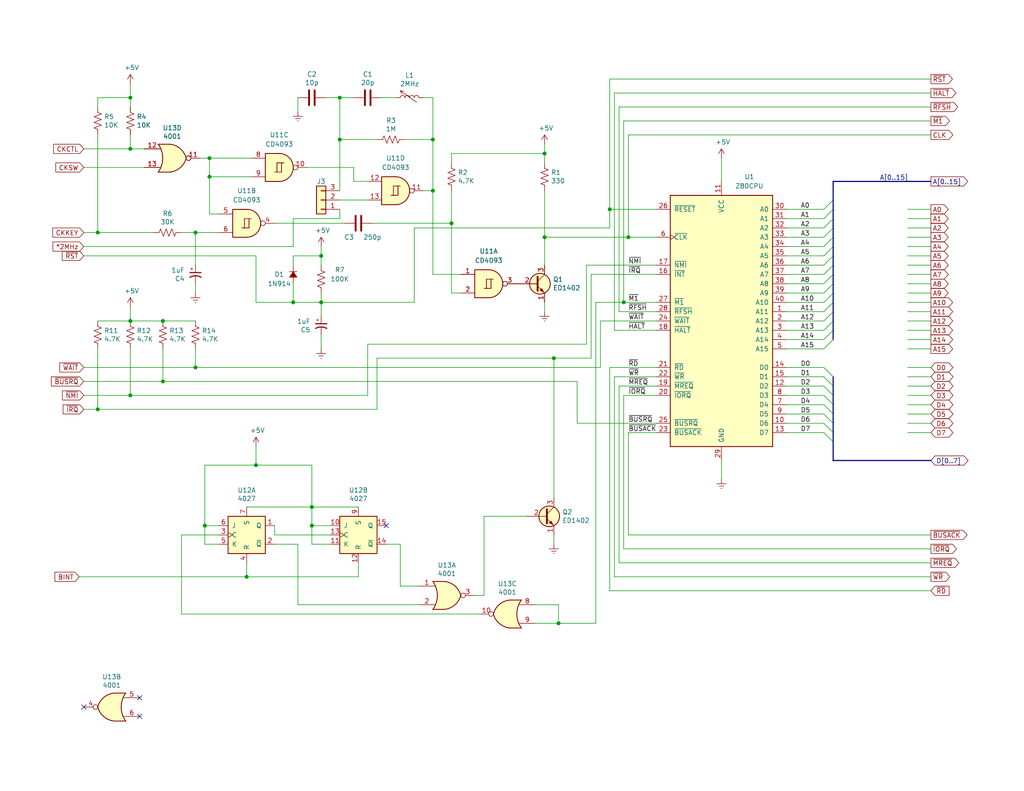
<source format=kicad_sch>
(kicad_sch (version 20230121) (generator eeschema)
  (paper "A")
  (title_block (title "Edu-80 Z80 Trainer") (date "2023-06-05") (rev "0.1") (company "Strangers") (comment 4 "Author: James D. Tucker"))
  (lib_symbols
    (symbol "4xxx:4001" (pin_names (offset 1.016))
      (property "Reference" "U" (at 0 1.27 0))
      (property "Value" "4001" (at 0 -1.27 0))
      (symbol "4001_1_1"
        (pin input line (at -7.62 2.54 0) (length 4.318) (name "~") (number "1"))
        (pin input line (at -7.62 -2.54 0) (length 4.318) (name "~") (number "2"))
        (pin output inverted (at 7.62 0 180) (length 3.81) (name "~") (number "3"))
      )
      (symbol "4001_1_2"
        (pin input inverted (at -7.62 2.54 0) (length 3.81) (name "~") (number "1"))
        (pin input inverted (at -7.62 -2.54 0) (length 3.81) (name "~") (number "2"))
        (pin output line (at 7.62 0 180) (length 3.81) (name "~") (number "3"))
      )
      (symbol "4001_2_1"
        (pin output inverted (at 7.62 0 180) (length 3.81) (name "~") (number "4"))
        (pin input line (at -7.62 2.54 0) (length 4.318) (name "~") (number "5"))
        (pin input line (at -7.62 -2.54 0) (length 4.318) (name "~") (number "6"))
      )
      (symbol "4001_2_2"
        (pin output line (at 7.62 0 180) (length 3.81) (name "~") (number "4"))
        (pin input inverted (at -7.62 2.54 0) (length 3.81) (name "~") (number "5"))
        (pin input inverted (at -7.62 -2.54 0) (length 3.81) (name "~") (number "6"))
      )
      (symbol "4001_3_1"
        (pin output inverted (at 7.62 0 180) (length 3.81) (name "~") (number "10"))
        (pin input line (at -7.62 2.54 0) (length 4.318) (name "~") (number "8"))
        (pin input line (at -7.62 -2.54 0) (length 4.318) (name "~") (number "9"))
      )
      (symbol "4001_3_2"
        (pin output line (at 7.62 0 180) (length 3.81) (name "~") (number "10"))
        (pin input inverted (at -7.62 2.54 0) (length 3.81) (name "~") (number "8"))
        (pin input inverted (at -7.62 -2.54 0) (length 3.81) (name "~") (number "9"))
      )
      (symbol "4001_4_1"
        (pin output inverted (at 7.62 0 180) (length 3.81) (name "~") (number "11"))
        (pin input line (at -7.62 2.54 0) (length 4.318) (name "~") (number "12"))
        (pin input line (at -7.62 -2.54 0) (length 4.318) (name "~") (number "13"))
      )
      (symbol "4001_4_2"
        (pin output line (at 7.62 0 180) (length 3.81) (name "~") (number "11"))
        (pin input inverted (at -7.62 2.54 0) (length 3.81) (name "~") (number "12"))
        (pin input inverted (at -7.62 -2.54 0) (length 3.81) (name "~") (number "13"))
      )
      (symbol "4001_5_0"
        (pin power_in line (at 0 12.7 270) (length 5.08) (name "VDD") (number "14"))
        (pin power_in line (at 0 -12.7 90) (length 5.08) (name "VSS") (number "7"))
      )
    )
    (symbol "4xxx:4027" (pin_names (offset 1.016))
      (property "Reference" "U" (at -7.62 8.89 0))
      (property "Value" "4027" (at -7.62 -8.89 0))
      (symbol "4027_1_1"
        (pin output line (at 7.62 2.54 180) (length 2.54) (name "Q") (number "1"))
        (pin output line (at 7.62 -2.54 180) (length 2.54) (name "~{Q}") (number "2"))
        (pin input clock (at -7.62 0 0) (length 2.54) (name "C") (number "3"))
        (pin input line (at 0 -7.62 90) (length 2.54) (name "R") (number "4"))
        (pin input line (at -7.62 -2.54 0) (length 2.54) (name "K") (number "5"))
        (pin input line (at -7.62 2.54 0) (length 2.54) (name "J") (number "6"))
        (pin input line (at 0 7.62 270) (length 2.54) (name "S") (number "7"))
      )
      (symbol "4027_2_1"
        (pin input line (at -7.62 2.54 0) (length 2.54) (name "J") (number "10"))
        (pin input line (at -7.62 -2.54 0) (length 2.54) (name "K") (number "11"))
        (pin input line (at 0 -7.62 90) (length 2.54) (name "R") (number "12"))
        (pin input clock (at -7.62 0 0) (length 2.54) (name "C") (number "13"))
        (pin output line (at 7.62 -2.54 180) (length 2.54) (name "~{Q}") (number "14"))
        (pin output line (at 7.62 2.54 180) (length 2.54) (name "Q") (number "15"))
        (pin input line (at 0 7.62 270) (length 2.54) (name "S") (number "9"))
      )
      (symbol "4027_3_0"
        (pin power_in line (at 0 10.16 270) (length 2.54) (name "VDD") (number "16"))
        (pin power_in line (at 0 -10.16 90) (length 2.54) (name "VSS") (number "8"))
      )
    )
    (symbol "4xxx:HEF4093B" (pin_names (offset 1.016))
      (property "Reference" "U" (at 0 1.27 0))
      (property "Value" "HEF4093B" (at 0 -1.27 0))
      (symbol "HEF4093B_1_1"
        (pin input line (at -7.62 2.54 0) (length 3.81) (name "~") (number "1"))
        (pin input line (at -7.62 -2.54 0) (length 3.81) (name "~") (number "2"))
        (pin output inverted (at 7.62 0 180) (length 3.81) (name "~") (number "3"))
      )
      (symbol "HEF4093B_1_2"
        (pin input inverted (at -7.62 2.54 0) (length 4.318) (name "~") (number "1"))
        (pin input inverted (at -7.62 -2.54 0) (length 4.318) (name "~") (number "2"))
        (pin output line (at 7.62 0 180) (length 3.81) (name "~") (number "3"))
      )
      (symbol "HEF4093B_2_1"
        (pin output inverted (at 7.62 0 180) (length 3.81) (name "~") (number "4"))
        (pin input line (at -7.62 2.54 0) (length 3.81) (name "~") (number "5"))
        (pin input line (at -7.62 -2.54 0) (length 3.81) (name "~") (number "6"))
      )
      (symbol "HEF4093B_2_2"
        (pin output line (at 7.62 0 180) (length 3.81) (name "~") (number "4"))
        (pin input inverted (at -7.62 2.54 0) (length 4.318) (name "~") (number "5"))
        (pin input inverted (at -7.62 -2.54 0) (length 4.318) (name "~") (number "6"))
      )
      (symbol "HEF4093B_3_1"
        (pin output inverted (at 7.62 0 180) (length 3.81) (name "~") (number "10"))
        (pin input line (at -7.62 2.54 0) (length 3.81) (name "~") (number "8"))
        (pin input line (at -7.62 -2.54 0) (length 3.81) (name "~") (number "9"))
      )
      (symbol "HEF4093B_3_2"
        (pin output line (at 7.62 0 180) (length 3.81) (name "~") (number "10"))
        (pin input inverted (at -7.62 2.54 0) (length 4.318) (name "~") (number "8"))
        (pin input inverted (at -7.62 -2.54 0) (length 4.318) (name "~") (number "9"))
      )
      (symbol "HEF4093B_4_1"
        (pin output inverted (at 7.62 0 180) (length 3.81) (name "~") (number "11"))
        (pin input line (at -7.62 2.54 0) (length 3.81) (name "~") (number "12"))
        (pin input line (at -7.62 -2.54 0) (length 3.81) (name "~") (number "13"))
      )
      (symbol "HEF4093B_4_2"
        (pin output line (at 7.62 0 180) (length 3.81) (name "~") (number "11"))
        (pin input inverted (at -7.62 2.54 0) (length 4.318) (name "~") (number "12"))
        (pin input inverted (at -7.62 -2.54 0) (length 4.318) (name "~") (number "13"))
      )
      (symbol "HEF4093B_5_0"
        (pin power_in line (at 0 12.7 270) (length 5.08) (name "VCC") (number "14"))
        (pin power_in line (at 0 -12.7 90) (length 5.08) (name "GND") (number "7"))
      )
    )
    (symbol "CPU:Z80CPU" (pin_names (offset 1.016))
      (property "Reference" "U" (at -13.97 35.56 0))
      (property "Value" "Z80CPU" (at 6.35 35.56 0))
      (symbol "Z80CPU_1_1"
        (pin output line (at 17.78 2.54 180) (length 3.81) (name "A11") (number "1"))
        (pin bidirectional line (at 17.78 -27.94 180) (length 3.81) (name "D6") (number "10"))
        (pin power_in line (at 0 38.1 270) (length 3.81) (name "VCC") (number "11"))
        (pin bidirectional line (at 17.78 -17.78 180) (length 3.81) (name "D2") (number "12"))
        (pin bidirectional line (at 17.78 -30.48 180) (length 3.81) (name "D7") (number "13"))
        (pin bidirectional line (at 17.78 -12.7 180) (length 3.81) (name "D0") (number "14"))
        (pin bidirectional line (at 17.78 -15.24 180) (length 3.81) (name "D1") (number "15"))
        (pin input line (at -17.78 12.7 0) (length 3.81) (name "~{INT}") (number "16"))
        (pin input line (at -17.78 15.24 0) (length 3.81) (name "~{NMI}") (number "17"))
        (pin output line (at -17.78 -2.54 0) (length 3.81) (name "~{HALT}") (number "18"))
        (pin output line (at -17.78 -17.78 0) (length 3.81) (name "~{MREQ}") (number "19"))
        (pin output line (at 17.78 0 180) (length 3.81) (name "A12") (number "2"))
        (pin output line (at -17.78 -20.32 0) (length 3.81) (name "~{IORQ}") (number "20"))
        (pin output line (at -17.78 -12.7 0) (length 3.81) (name "~{RD}") (number "21"))
        (pin output line (at -17.78 -15.24 0) (length 3.81) (name "~{WR}") (number "22"))
        (pin output line (at -17.78 -30.48 0) (length 3.81) (name "~{BUSACK}") (number "23"))
        (pin input line (at -17.78 0 0) (length 3.81) (name "~{WAIT}") (number "24"))
        (pin input line (at -17.78 -27.94 0) (length 3.81) (name "~{BUSRQ}") (number "25"))
        (pin input line (at -17.78 30.48 0) (length 3.81) (name "~{RESET}") (number "26"))
        (pin output line (at -17.78 5.08 0) (length 3.81) (name "~{M1}") (number "27"))
        (pin output line (at -17.78 2.54 0) (length 3.81) (name "~{RFSH}") (number "28"))
        (pin power_in line (at 0 -38.1 90) (length 3.81) (name "GND") (number "29"))
        (pin output line (at 17.78 -2.54 180) (length 3.81) (name "A13") (number "3"))
        (pin output line (at 17.78 30.48 180) (length 3.81) (name "A0") (number "30"))
        (pin output line (at 17.78 27.94 180) (length 3.81) (name "A1") (number "31"))
        (pin output line (at 17.78 25.4 180) (length 3.81) (name "A2") (number "32"))
        (pin output line (at 17.78 22.86 180) (length 3.81) (name "A3") (number "33"))
        (pin output line (at 17.78 20.32 180) (length 3.81) (name "A4") (number "34"))
        (pin output line (at 17.78 17.78 180) (length 3.81) (name "A5") (number "35"))
        (pin output line (at 17.78 15.24 180) (length 3.81) (name "A6") (number "36"))
        (pin output line (at 17.78 12.7 180) (length 3.81) (name "A7") (number "37"))
        (pin output line (at 17.78 10.16 180) (length 3.81) (name "A8") (number "38"))
        (pin output line (at 17.78 7.62 180) (length 3.81) (name "A9") (number "39"))
        (pin output line (at 17.78 -5.08 180) (length 3.81) (name "A14") (number "4"))
        (pin output line (at 17.78 5.08 180) (length 3.81) (name "A10") (number "40"))
        (pin output line (at 17.78 -7.62 180) (length 3.81) (name "A15") (number "5"))
        (pin input clock (at -17.78 22.86 0) (length 3.81) (name "~{CLK}") (number "6"))
        (pin bidirectional line (at 17.78 -22.86 180) (length 3.81) (name "D4") (number "7"))
        (pin bidirectional line (at 17.78 -20.32 180) (length 3.81) (name "D3") (number "8"))
        (pin bidirectional line (at 17.78 -25.4 180) (length 3.81) (name "D5") (number "9"))
      )
    )
    (symbol "Connector_Generic:Conn_01x03" (pin_names (offset 1.016) hide)
      (property "Reference" "J" (at 0 5.08 0))
      (property "Value" "Conn_01x03" (at 0 -5.08 0))
      (symbol "Conn_01x03_1_1"
        (pin passive line (at -5.08 2.54 0) (length 3.81) (name "Pin_1") (number "1"))
        (pin passive line (at -5.08 0 0) (length 3.81) (name "Pin_2") (number "2"))
        (pin passive line (at -5.08 -2.54 0) (length 3.81) (name "Pin_3") (number "3"))
      )
    )
    (symbol "Device:C" (pin_numbers hide) (pin_names (offset 0.254))
      (property "Reference" "C" (at 0.635 2.54 0))
      (property "Value" "C" (at 0.635 -2.54 0))
      (symbol "C_1_1"
        (pin passive line (at 0 3.81 270) (length 2.794) (name "~") (number "1"))
        (pin passive line (at 0 -3.81 90) (length 2.794) (name "~") (number "2"))
      )
    )
    (symbol "Device:R_US" (pin_numbers hide) (pin_names (offset 0))
      (property "Reference" "R" (at 2.54 0 90))
      (property "Value" "R_US" (at -2.54 0 90))
      (symbol "R_US_1_1"
        (pin passive line (at 0 3.81 270) (length 1.27) (name "~") (number "1"))
        (pin passive line (at 0 -3.81 90) (length 1.27) (name "~") (number "2"))
      )
    )
    (symbol "Edu-80_Symbols:CP1" (pin_numbers hide) (pin_names (offset 0.254) hide)
      (property "Reference" "C" (at 0.254 1.778 0))
      (property "Value" "CP1" (at 0.254 -2.032 0))
      (symbol "CP1_1_1"
        (pin passive line (at 0 2.54 270) (length 2.032) (name "~") (number "1"))
        (pin passive line (at 0 -2.54 90) (length 2.032) (name "~") (number "2"))
      )
    )
    (symbol "Edu-80_Symbols:D_Small" (pin_numbers hide) (pin_names (offset 0.254) hide)
      (property "Reference" "D" (at -1.27 2.032 0))
      (property "Value" "D_Small" (at -3.81 -2.032 0))
      (symbol "D_Small_1_1"
        (pin passive line (at -2.54 0 0) (length 1.778) (name "K") (number "1"))
        (pin passive line (at 2.54 0 180) (length 1.778) (name "A") (number "2"))
      )
    )
    (symbol "Edu-80_Symbols:LTRIM" (pin_numbers hide) (pin_names (offset 1.016) hide)
      (property "Reference" "L" (at -1.905 0 90))
      (property "Value" "LTRIM" (at 3.175 0 90))
      (symbol "LTRIM_1_1"
        (pin passive line (at 0 3.81 270) (length 1.27) (name "1") (number "1"))
        (pin passive line (at 0 -3.81 90) (length 1.27) (name "2") (number "2"))
      )
    )
    (symbol "Edu-80_Symbols:Q_NPN_EBC" (pin_names (offset 0) hide)
      (property "Reference" "Q" (at 5.08 1.27 0))
      (property "Value" "Q_NPN_EBC" (at 5.08 -1.27 0))
      (symbol "Q_NPN_EBC_1_1"
        (pin passive line (at 2.54 -5.08 90) (length 2.54) (name "E") (number "1"))
        (pin passive line (at -5.08 0 0) (length 5.715) (name "B") (number "2"))
        (pin passive line (at 2.54 5.08 270) (length 2.54) (name "C") (number "3"))
      )
    )
    (symbol "jb-symbol:Z80CPU" (pin_names (offset 1.016))
      (property "Reference" "U" (at -13.97 35.56 0))
      (property "Value" "jb-symbol_Z80CPU" (at 6.35 35.56 0))
      (symbol "Z80CPU_1_1"
        (pin output line (at 17.78 2.54 180) (length 3.81) (name "A11") (number "1"))
        (pin bidirectional line (at 17.78 -27.94 180) (length 3.81) (name "D6") (number "10"))
        (pin power_in line (at 0 38.1 270) (length 3.81) (name "VCC") (number "11"))
        (pin bidirectional line (at 17.78 -17.78 180) (length 3.81) (name "D2") (number "12"))
        (pin bidirectional line (at 17.78 -30.48 180) (length 3.81) (name "D7") (number "13"))
        (pin bidirectional line (at 17.78 -12.7 180) (length 3.81) (name "D0") (number "14"))
        (pin bidirectional line (at 17.78 -15.24 180) (length 3.81) (name "D1") (number "15"))
        (pin input line (at -17.78 12.7 0) (length 3.81) (name "~{INT}") (number "16"))
        (pin input line (at -17.78 15.24 0) (length 3.81) (name "~{NMI}") (number "17"))
        (pin output line (at -17.78 -2.54 0) (length 3.81) (name "~{HALT}") (number "18"))
        (pin output line (at -17.78 -17.78 0) (length 3.81) (name "~{MREQ}") (number "19"))
        (pin output line (at 17.78 0 180) (length 3.81) (name "A12") (number "2"))
        (pin output line (at -17.78 -20.32 0) (length 3.81) (name "~{IORQ}") (number "20"))
        (pin output line (at -17.78 -12.7 0) (length 3.81) (name "~{RD}") (number "21"))
        (pin output line (at -17.78 -15.24 0) (length 3.81) (name "~{WR}") (number "22"))
        (pin output line (at -17.78 -30.48 0) (length 3.81) (name "~{BUSACK}") (number "23"))
        (pin input line (at -17.78 0 0) (length 3.81) (name "~{WAIT}") (number "24"))
        (pin input line (at -17.78 -27.94 0) (length 3.81) (name "~{BUSRQ}") (number "25"))
        (pin input line (at -17.78 30.48 0) (length 3.81) (name "~{RESET}") (number "26"))
        (pin output line (at -17.78 5.08 0) (length 3.81) (name "~{M1}") (number "27"))
        (pin output line (at -17.78 2.54 0) (length 3.81) (name "~{RFSH}") (number "28"))
        (pin power_in line (at 0 -38.1 90) (length 3.81) (name "GND") (number "29"))
        (pin output line (at 17.78 -2.54 180) (length 3.81) (name "A13") (number "3"))
        (pin output line (at 17.78 30.48 180) (length 3.81) (name "A0") (number "30"))
        (pin output line (at 17.78 27.94 180) (length 3.81) (name "A1") (number "31"))
        (pin output line (at 17.78 25.4 180) (length 3.81) (name "A2") (number "32"))
        (pin output line (at 17.78 22.86 180) (length 3.81) (name "A3") (number "33"))
        (pin output line (at 17.78 20.32 180) (length 3.81) (name "A4") (number "34"))
        (pin output line (at 17.78 17.78 180) (length 3.81) (name "A5") (number "35"))
        (pin output line (at 17.78 15.24 180) (length 3.81) (name "A6") (number "36"))
        (pin output line (at 17.78 12.7 180) (length 3.81) (name "A7") (number "37"))
        (pin output line (at 17.78 10.16 180) (length 3.81) (name "A8") (number "38"))
        (pin output line (at 17.78 7.62 180) (length 3.81) (name "A9") (number "39"))
        (pin output line (at 17.78 -5.08 180) (length 3.81) (name "A14") (number "4"))
        (pin output line (at 17.78 5.08 180) (length 3.81) (name "A10") (number "40"))
        (pin output line (at 17.78 -7.62 180) (length 3.81) (name "A15") (number "5"))
        (pin input clock (at -17.78 22.86 0) (length 3.81) (name "CLK") (number "6"))
        (pin bidirectional line (at 17.78 -22.86 180) (length 3.81) (name "D4") (number "7"))
        (pin bidirectional line (at 17.78 -20.32 180) (length 3.81) (name "D3") (number "8"))
        (pin bidirectional line (at 17.78 -25.4 180) (length 3.81) (name "D5") (number "9"))
      )
    )
    (symbol "power:+5V" (power) (pin_names (offset 0))
      (property "Value" "+5V" (at 0 3.556 0))
      (symbol "+5V_1_1"
        (pin power_in line (at 0 0 90) (length 0) hide (name "+5V") (number "1"))
      )
    )
    (symbol "power:Earth" (power) (pin_names (offset 0))
      (symbol "Earth_1_1"
        (pin power_in line (at 0 0 270) (length 0) hide (name "Earth") (number "1"))
      )
    )
  )
  (junction (at 171.45 64.77))
  (junction (at 57.15 43.18))
  (junction (at 26.67 63.5))
  (junction (at 170.18 82.55))
  (junction (at 85.09 138.43))
  (junction (at 152.4 170.18))
  (junction (at 148.59 41.91))
  (junction (at 123.19 60.96))
  (junction (at 44.45 87.63))
  (junction (at 148.59 64.77))
  (junction (at 35.56 107.95))
  (junction (at 26.67 111.76))
  (junction (at 35.56 40.64))
  (junction (at 35.56 87.63))
  (junction (at 44.45 104.14))
  (junction (at 35.56 26.67))
  (junction (at 87.63 82.55))
  (junction (at 69.85 127))
  (junction (at 166.37 57.15))
  (junction (at 92.71 38.1))
  (junction (at 85.09 143.51))
  (junction (at 53.34 100.33))
  (junction (at 67.31 157.48))
  (junction (at 55.88 143.51))
  (junction (at 92.71 26.67))
  (junction (at 118.11 38.1))
  (junction (at 53.34 63.5))
  (junction (at 80.01 82.55))
  (junction (at 87.63 69.85))
  (junction (at 57.15 48.26))
  (junction (at 118.11 52.07))
  (junction (at 151.13 97.79))
  (no_connect (at 38.1 190.5))
  (no_connect (at 105.41 143.51))
  (no_connect (at 22.86 193.04))
  (no_connect (at 38.1 195.58))
  (bus_entry (at 227.33 102.87) (size -2.54 -2.54))
  (bus_entry (at 227.33 57.15) (size -2.54 2.54))
  (bus_entry (at 227.33 54.61) (size -2.54 2.54))
  (bus_entry (at 227.33 87.63) (size -2.54 2.54))
  (bus_entry (at 227.33 90.17) (size -2.54 2.54))
  (bus_entry (at 227.33 80.01) (size -2.54 2.54))
  (bus_entry (at 227.33 64.77) (size -2.54 2.54))
  (bus_entry (at 227.33 77.47) (size -2.54 2.54))
  (bus_entry (at 227.33 118.11) (size -2.54 -2.54))
  (bus_entry (at 227.33 120.65) (size -2.54 -2.54))
  (bus_entry (at 227.33 107.95) (size -2.54 -2.54))
  (bus_entry (at 227.33 72.39) (size -2.54 2.54))
  (bus_entry (at 227.33 62.23) (size -2.54 2.54))
  (bus_entry (at 227.33 110.49) (size -2.54 -2.54))
  (bus_entry (at 227.33 105.41) (size -2.54 -2.54))
  (bus_entry (at 227.33 92.71) (size -2.54 2.54))
  (bus_entry (at 227.33 85.09) (size -2.54 2.54))
  (bus_entry (at 227.33 69.85) (size -2.54 2.54))
  (bus_entry (at 227.33 113.03) (size -2.54 -2.54))
  (bus_entry (at 227.33 115.57) (size -2.54 -2.54))
  (bus_entry (at 227.33 67.31) (size -2.54 2.54))
  (bus_entry (at 227.33 82.55) (size -2.54 2.54))
  (bus_entry (at 227.33 74.93) (size -2.54 2.54))
  (bus_entry (at 227.33 59.69) (size -2.54 2.54))
  (wire (pts (xy 163.83 87.63) (xy 179.07 87.63)))
  (wire (pts (xy 85.09 143.51) (xy 85.09 138.43)))
  (wire (pts (xy 118.11 52.07) (xy 118.11 74.93)))
  (wire (pts (xy 168.91 105.41) (xy 168.91 153.67)))
  (wire (pts (xy 214.63 102.87) (xy 224.79 102.87)))
  (wire (pts (xy 171.45 36.83) (xy 171.45 64.77)))
  (bus (pts (xy 227.33 82.55) (xy 227.33 85.09)))
  (wire (pts (xy 170.18 82.55) (xy 179.07 82.55)))
  (wire (pts (xy 53.34 77.47) (xy 53.34 80.01)))
  (wire (pts (xy 148.59 52.07) (xy 148.59 64.77)))
  (wire (pts (xy 104.14 26.67) (xy 107.95 26.67)))
  (wire (pts (xy 167.64 102.87) (xy 167.64 157.48)))
  (wire (pts (xy 80.01 82.55) (xy 87.63 82.55)))
  (wire (pts (xy 151.13 148.59) (xy 151.13 146.05)))
  (wire (pts (xy 115.57 26.67) (xy 118.11 26.67)))
  (wire (pts (xy 160.02 72.39) (xy 179.07 72.39)))
  (wire (pts (xy 55.88 148.59) (xy 55.88 143.51)))
  (wire (pts (xy 214.63 57.15) (xy 224.79 57.15)))
  (wire (pts (xy 179.07 118.11) (xy 171.45 118.11)))
  (wire (pts (xy 214.63 107.95) (xy 224.79 107.95)))
  (bus (pts (xy 227.33 87.63) (xy 227.33 90.17)))
  (wire (pts (xy 214.63 87.63) (xy 224.79 87.63)))
  (bus (pts (xy 227.33 59.69) (xy 227.33 62.23)))
  (wire (pts (xy 81.28 26.67) (xy 81.28 30.48)))
  (wire (pts (xy 55.88 127) (xy 69.85 127)))
  (wire (pts (xy 26.67 111.76) (xy 102.87 111.76)))
  (wire (pts (xy 132.08 140.97) (xy 143.51 140.97)))
  (wire (pts (xy 26.67 26.67) (xy 35.56 26.67)))
  (wire (pts (xy 57.15 43.18) (xy 57.15 48.26)))
  (bus (pts (xy 227.33 54.61) (xy 227.33 57.15)))
  (wire (pts (xy 214.63 62.23) (xy 224.79 62.23)))
  (wire (pts (xy 130.81 167.64) (xy 49.53 167.64)))
  (wire (pts (xy 100.33 107.95) (xy 100.33 93.98)))
  (wire (pts (xy 87.63 91.44) (xy 87.63 95.25)))
  (wire (pts (xy 44.45 87.63) (xy 35.56 87.63)))
  (wire (pts (xy 26.67 36.83) (xy 26.67 63.5)))
  (wire (pts (xy 80.01 69.85) (xy 87.63 69.85)))
  (wire (pts (xy 214.63 80.01) (xy 224.79 80.01)))
  (wire (pts (xy 161.29 74.93) (xy 179.07 74.93)))
  (wire (pts (xy 162.56 82.55) (xy 162.56 170.18)))
  (bus (pts (xy 227.33 113.03) (xy 227.33 115.57)))
  (wire (pts (xy 214.63 85.09) (xy 224.79 85.09)))
  (wire (pts (xy 87.63 69.85) (xy 87.63 72.39)))
  (wire (pts (xy 85.09 138.43) (xy 85.09 127)))
  (wire (pts (xy 97.79 153.67) (xy 97.79 157.48)))
  (wire (pts (xy 81.28 165.1) (xy 114.3 165.1)))
  (wire (pts (xy 80.01 59.69) (xy 80.01 67.31)))
  (wire (pts (xy 167.64 90.17) (xy 167.64 25.4)))
  (wire (pts (xy 160.02 93.98) (xy 160.02 72.39)))
  (wire (pts (xy 87.63 82.55) (xy 113.03 82.55)))
  (wire (pts (xy 92.71 54.61) (xy 100.33 54.61)))
  (wire (pts (xy 123.19 60.96) (xy 123.19 80.01)))
  (wire (pts (xy 148.59 64.77) (xy 171.45 64.77)))
  (wire (pts (xy 92.71 26.67) (xy 96.52 26.67)))
  (wire (pts (xy 214.63 105.41) (xy 224.79 105.41)))
  (wire (pts (xy 214.63 69.85) (xy 224.79 69.85)))
  (bus (pts (xy 227.33 74.93) (xy 227.33 77.47)))
  (wire (pts (xy 26.67 111.76) (xy 26.67 95.25)))
  (wire (pts (xy 171.45 146.05) (xy 254 146.05)))
  (wire (pts (xy 214.63 100.33) (xy 224.79 100.33)))
  (wire (pts (xy 148.59 41.91) (xy 148.59 44.45)))
  (wire (pts (xy 109.22 148.59) (xy 109.22 160.02)))
  (wire (pts (xy 196.85 43.18) (xy 196.85 49.53)))
  (bus (pts (xy 227.33 85.09) (xy 227.33 87.63)))
  (wire (pts (xy 214.63 82.55) (xy 224.79 82.55)))
  (wire (pts (xy 171.45 36.83) (xy 254 36.83)))
  (wire (pts (xy 214.63 92.71) (xy 224.79 92.71)))
  (wire (pts (xy 74.93 60.96) (xy 93.98 60.96)))
  (wire (pts (xy 166.37 161.29) (xy 254 161.29)))
  (wire (pts (xy 254 100.33) (xy 247.65 100.33)))
  (wire (pts (xy 83.82 45.72) (xy 96.52 45.72)))
  (wire (pts (xy 102.87 111.76) (xy 102.87 97.79)))
  (wire (pts (xy 92.71 59.69) (xy 80.01 59.69)))
  (wire (pts (xy 90.17 143.51) (xy 85.09 143.51)))
  (wire (pts (xy 254 105.41) (xy 247.65 105.41)))
  (wire (pts (xy 96.52 45.72) (xy 96.52 49.53)))
  (wire (pts (xy 162.56 170.18) (xy 152.4 170.18)))
  (wire (pts (xy 59.69 143.51) (xy 55.88 143.51)))
  (wire (pts (xy 100.33 49.53) (xy 96.52 49.53)))
  (wire (pts (xy 53.34 87.63) (xy 44.45 87.63)))
  (wire (pts (xy 102.87 97.79) (xy 151.13 97.79)))
  (wire (pts (xy 53.34 63.5) (xy 59.69 63.5)))
  (wire (pts (xy 254 107.95) (xy 247.65 107.95)))
  (wire (pts (xy 146.05 165.1) (xy 152.4 165.1)))
  (wire (pts (xy 49.53 146.05) (xy 59.69 146.05)))
  (wire (pts (xy 92.71 38.1) (xy 92.71 52.07)))
  (wire (pts (xy 254 87.63) (xy 247.65 87.63)))
  (wire (pts (xy 80.01 72.39) (xy 80.01 69.85)))
  (wire (pts (xy 254 102.87) (xy 247.65 102.87)))
  (bus (pts (xy 227.33 105.41) (xy 227.33 107.95)))
  (wire (pts (xy 123.19 52.07) (xy 123.19 60.96)))
  (wire (pts (xy 214.63 118.11) (xy 224.79 118.11)))
  (wire (pts (xy 22.86 100.33) (xy 53.34 100.33)))
  (wire (pts (xy 170.18 107.95) (xy 170.18 149.86)))
  (wire (pts (xy 22.86 104.14) (xy 44.45 104.14)))
  (bus (pts (xy 227.33 110.49) (xy 227.33 113.03)))
  (wire (pts (xy 74.93 143.51) (xy 74.93 146.05)))
  (wire (pts (xy 49.53 167.64) (xy 49.53 146.05)))
  (wire (pts (xy 168.91 85.09) (xy 168.91 29.21)))
  (wire (pts (xy 97.79 138.43) (xy 85.09 138.43)))
  (wire (pts (xy 166.37 62.23) (xy 166.37 57.15)))
  (wire (pts (xy 163.83 87.63) (xy 163.83 100.33)))
  (wire (pts (xy 157.48 115.57) (xy 157.48 104.14)))
  (wire (pts (xy 53.34 100.33) (xy 53.34 95.25)))
  (wire (pts (xy 87.63 67.31) (xy 87.63 69.85)))
  (wire (pts (xy 167.64 90.17) (xy 179.07 90.17)))
  (bus (pts (xy 227.33 115.57) (xy 227.33 118.11)))
  (wire (pts (xy 157.48 115.57) (xy 179.07 115.57)))
  (bus (pts (xy 227.33 125.73) (xy 254 125.73)))
  (wire (pts (xy 170.18 82.55) (xy 162.56 82.55)))
  (wire (pts (xy 254 110.49) (xy 247.65 110.49)))
  (wire (pts (xy 54.61 43.18) (xy 57.15 43.18)))
  (wire (pts (xy 123.19 44.45) (xy 123.19 41.91)))
  (wire (pts (xy 80.01 77.47) (xy 80.01 82.55)))
  (bus (pts (xy 227.33 118.11) (xy 227.33 120.65)))
  (wire (pts (xy 170.18 33.02) (xy 254 33.02)))
  (wire (pts (xy 214.63 110.49) (xy 224.79 110.49)))
  (wire (pts (xy 85.09 148.59) (xy 85.09 143.51)))
  (wire (pts (xy 113.03 62.23) (xy 166.37 62.23)))
  (wire (pts (xy 59.69 148.59) (xy 55.88 148.59)))
  (wire (pts (xy 168.91 105.41) (xy 179.07 105.41)))
  (wire (pts (xy 254 118.11) (xy 247.65 118.11)))
  (wire (pts (xy 254 77.47) (xy 247.65 77.47)))
  (wire (pts (xy 168.91 85.09) (xy 179.07 85.09)))
  (wire (pts (xy 168.91 29.21) (xy 254 29.21)))
  (wire (pts (xy 214.63 59.69) (xy 224.79 59.69)))
  (wire (pts (xy 132.08 162.56) (xy 132.08 140.97)))
  (wire (pts (xy 22.86 63.5) (xy 26.67 63.5)))
  (wire (pts (xy 74.93 146.05) (xy 90.17 146.05)))
  (wire (pts (xy 254 57.15) (xy 247.65 57.15)))
  (wire (pts (xy 254 72.39) (xy 247.65 72.39)))
  (wire (pts (xy 101.6 60.96) (xy 123.19 60.96)))
  (wire (pts (xy 167.64 157.48) (xy 254 157.48)))
  (wire (pts (xy 35.56 22.86) (xy 35.56 26.67)))
  (wire (pts (xy 214.63 74.93) (xy 224.79 74.93)))
  (bus (pts (xy 227.33 67.31) (xy 227.33 69.85)))
  (wire (pts (xy 26.67 29.21) (xy 26.67 26.67)))
  (wire (pts (xy 88.9 26.67) (xy 92.71 26.67)))
  (wire (pts (xy 171.45 118.11) (xy 171.45 146.05)))
  (wire (pts (xy 254 92.71) (xy 247.65 92.71)))
  (wire (pts (xy 148.59 64.77) (xy 148.59 72.39)))
  (wire (pts (xy 57.15 48.26) (xy 68.58 48.26)))
  (wire (pts (xy 35.56 87.63) (xy 35.56 88.9)))
  (bus (pts (xy 227.33 49.53) (xy 227.33 54.61)))
  (wire (pts (xy 22.86 67.31) (xy 80.01 67.31)))
  (wire (pts (xy 69.85 69.85) (xy 69.85 82.55)))
  (wire (pts (xy 55.88 143.51) (xy 55.88 127)))
  (wire (pts (xy 254 95.25) (xy 247.65 95.25)))
  (wire (pts (xy 254 67.31) (xy 247.65 67.31)))
  (wire (pts (xy 53.34 100.33) (xy 163.83 100.33)))
  (wire (pts (xy 69.85 82.55) (xy 80.01 82.55)))
  (wire (pts (xy 170.18 107.95) (xy 179.07 107.95)))
  (wire (pts (xy 171.45 64.77) (xy 179.07 64.77)))
  (wire (pts (xy 35.56 26.67) (xy 35.56 29.21)))
  (bus (pts (xy 227.33 102.87) (xy 227.33 105.41)))
  (wire (pts (xy 74.93 148.59) (xy 81.28 148.59)))
  (wire (pts (xy 90.17 148.59) (xy 85.09 148.59)))
  (bus (pts (xy 227.33 72.39) (xy 227.33 74.93)))
  (wire (pts (xy 21.59 157.48) (xy 67.31 157.48)))
  (wire (pts (xy 151.13 97.79) (xy 151.13 135.89)))
  (wire (pts (xy 118.11 38.1) (xy 110.49 38.1)))
  (wire (pts (xy 166.37 57.15) (xy 179.07 57.15)))
  (wire (pts (xy 214.63 95.25) (xy 224.79 95.25)))
  (bus (pts (xy 227.33 107.95) (xy 227.33 110.49)))
  (wire (pts (xy 92.71 57.15) (xy 92.71 59.69)))
  (wire (pts (xy 168.91 153.67) (xy 254 153.67)))
  (wire (pts (xy 67.31 157.48) (xy 97.79 157.48)))
  (wire (pts (xy 161.29 74.93) (xy 161.29 97.79)))
  (wire (pts (xy 152.4 165.1) (xy 152.4 170.18)))
  (wire (pts (xy 170.18 149.86) (xy 254 149.86)))
  (bus (pts (xy 227.33 120.65) (xy 227.33 125.73)))
  (wire (pts (xy 69.85 121.92) (xy 69.85 127)))
  (wire (pts (xy 167.64 25.4) (xy 254 25.4)))
  (wire (pts (xy 118.11 52.07) (xy 115.57 52.07)))
  (wire (pts (xy 53.34 72.39) (xy 53.34 63.5)))
  (wire (pts (xy 214.63 77.47) (xy 224.79 77.47)))
  (wire (pts (xy 22.86 111.76) (xy 26.67 111.76)))
  (wire (pts (xy 35.56 83.82) (xy 35.56 87.63)))
  (wire (pts (xy 22.86 40.64) (xy 35.56 40.64)))
  (wire (pts (xy 214.63 67.31) (xy 224.79 67.31)))
  (wire (pts (xy 179.07 100.33) (xy 166.37 100.33)))
  (wire (pts (xy 35.56 107.95) (xy 100.33 107.95)))
  (wire (pts (xy 254 80.01) (xy 247.65 80.01)))
  (bus (pts (xy 227.33 62.23) (xy 227.33 64.77)))
  (wire (pts (xy 123.19 41.91) (xy 148.59 41.91)))
  (wire (pts (xy 167.64 102.87) (xy 179.07 102.87)))
  (wire (pts (xy 254 115.57) (xy 247.65 115.57)))
  (wire (pts (xy 125.73 74.93) (xy 118.11 74.93)))
  (wire (pts (xy 254 69.85) (xy 247.65 69.85)))
  (wire (pts (xy 148.59 39.37) (xy 148.59 41.91)))
  (wire (pts (xy 35.56 107.95) (xy 35.56 95.25)))
  (wire (pts (xy 157.48 104.14) (xy 44.45 104.14)))
  (wire (pts (xy 87.63 80.01) (xy 87.63 82.55)))
  (wire (pts (xy 151.13 97.79) (xy 161.29 97.79)))
  (wire (pts (xy 57.15 48.26) (xy 57.15 58.42)))
  (wire (pts (xy 69.85 127) (xy 85.09 127)))
  (wire (pts (xy 105.41 148.59) (xy 109.22 148.59)))
  (wire (pts (xy 196.85 125.73) (xy 196.85 130.81)))
  (wire (pts (xy 35.56 36.83) (xy 35.56 40.64)))
  (bus (pts (xy 227.33 49.53) (xy 254 49.53)))
  (wire (pts (xy 166.37 21.59) (xy 254 21.59)))
  (wire (pts (xy 214.63 64.77) (xy 224.79 64.77)))
  (bus (pts (xy 227.33 77.47) (xy 227.33 80.01)))
  (wire (pts (xy 129.54 162.56) (xy 132.08 162.56)))
  (wire (pts (xy 214.63 90.17) (xy 224.79 90.17)))
  (wire (pts (xy 26.67 87.63) (xy 35.56 87.63)))
  (wire (pts (xy 102.87 38.1) (xy 92.71 38.1)))
  (wire (pts (xy 123.19 80.01) (xy 125.73 80.01)))
  (wire (pts (xy 22.86 107.95) (xy 35.56 107.95)))
  (wire (pts (xy 22.86 69.85) (xy 69.85 69.85)))
  (wire (pts (xy 118.11 38.1) (xy 118.11 52.07)))
  (wire (pts (xy 87.63 86.36) (xy 87.63 82.55)))
  (bus (pts (xy 227.33 90.17) (xy 227.33 92.71)))
  (wire (pts (xy 109.22 160.02) (xy 114.3 160.02)))
  (wire (pts (xy 152.4 170.18) (xy 146.05 170.18)))
  (wire (pts (xy 81.28 148.59) (xy 81.28 165.1)))
  (wire (pts (xy 254 74.93) (xy 247.65 74.93)))
  (wire (pts (xy 44.45 104.14) (xy 44.45 95.25)))
  (wire (pts (xy 254 62.23) (xy 247.65 62.23)))
  (wire (pts (xy 22.86 45.72) (xy 39.37 45.72)))
  (wire (pts (xy 57.15 58.42) (xy 59.69 58.42)))
  (wire (pts (xy 166.37 57.15) (xy 166.37 21.59)))
  (wire (pts (xy 92.71 38.1) (xy 92.71 26.67)))
  (wire (pts (xy 49.53 63.5) (xy 53.34 63.5)))
  (wire (pts (xy 254 113.03) (xy 247.65 113.03)))
  (wire (pts (xy 26.67 63.5) (xy 41.91 63.5)))
  (wire (pts (xy 254 90.17) (xy 247.65 90.17)))
  (bus (pts (xy 227.33 57.15) (xy 227.33 59.69)))
  (wire (pts (xy 67.31 153.67) (xy 67.31 157.48)))
  (wire (pts (xy 100.33 93.98) (xy 160.02 93.98)))
  (wire (pts (xy 254 64.77) (xy 247.65 64.77)))
  (bus (pts (xy 227.33 69.85) (xy 227.33 72.39)))
  (wire (pts (xy 254 59.69) (xy 247.65 59.69)))
  (wire (pts (xy 113.03 82.55) (xy 113.03 62.23)))
  (wire (pts (xy 148.59 85.09) (xy 148.59 82.55)))
  (wire (pts (xy 118.11 26.67) (xy 118.11 38.1)))
  (wire (pts (xy 254 85.09) (xy 247.65 85.09)))
  (bus (pts (xy 227.33 80.01) (xy 227.33 82.55)))
  (wire (pts (xy 166.37 100.33) (xy 166.37 161.29)))
  (wire (pts (xy 67.31 138.43) (xy 85.09 138.43)))
  (wire (pts (xy 214.63 72.39) (xy 224.79 72.39)))
  (wire (pts (xy 214.63 115.57) (xy 224.79 115.57)))
  (wire (pts (xy 214.63 113.03) (xy 224.79 113.03)))
  (wire (pts (xy 35.56 40.64) (xy 39.37 40.64)))
  (wire (pts (xy 57.15 43.18) (xy 68.58 43.18)))
  (wire (pts (xy 170.18 82.55) (xy 170.18 33.02)))
  (bus (pts (xy 227.33 64.77) (xy 227.33 67.31)))
  (wire (pts (xy 254 82.55) (xy 247.65 82.55)))
  (label "~{BUSRQ}" (at 171.45 115.57 0))
  (label "~{NMI}" (at 171.45 72.39 0))
  (label "A8" (at 218.44 77.47 0))
  (label "A2" (at 218.44 62.23 0))
  (label "D7" (at 218.44 118.11 0))
  (label "A11" (at 218.44 85.09 0))
  (label "D4" (at 218.44 110.49 0))
  (label "~{M1}" (at 171.45 82.55 0))
  (label "D1" (at 218.44 102.87 0))
  (label "A3" (at 218.44 64.77 0))
  (label "D3" (at 218.44 107.95 0))
  (label "A0" (at 218.44 57.15 0))
  (label "~{BUSACK}" (at 171.45 118.11 0))
  (label "D2" (at 218.44 105.41 0))
  (label "~{WR}" (at 171.45 102.87 0))
  (label "A7" (at 218.44 74.93 0))
  (label "D5" (at 218.44 113.03 0))
  (label "~{RFSH}" (at 171.45 85.09 0))
  (label "A15" (at 218.44 95.25 0))
  (label "D0" (at 218.44 100.33 0))
  (label "A5" (at 218.44 69.85 0))
  (label "~{HALT}" (at 171.45 90.17 0))
  (label "A12" (at 218.44 87.63 0))
  (label "~{IORQ}" (at 171.45 107.95 0))
  (label "A6" (at 218.44 72.39 0))
  (label "~{RD}" (at 171.45 100.33 0))
  (label "~{WAIT}" (at 171.45 87.63 0))
  (label "A9" (at 218.44 80.01 0))
  (label "A13" (at 218.44 90.17 0))
  (label "~{MREQ}" (at 171.45 105.41 0))
  (label "~{IRQ}" (at 171.45 74.93 0))
  (label "A1" (at 218.44 59.69 0))
  (label "A10" (at 218.44 82.55 0))
  (label "D6" (at 218.44 115.57 0))
  (label "A[0..15]" (at 240.03 49.53 0))
  (label "A14" (at 218.44 92.71 0))
  (label "A4" (at 218.44 67.31 0))
  (global_label "~{WR}" (shape output) (at 254 157.48 0) (property "Intersheetrefs" "${INTERSHEET_REFS}" (effects hide)))
  (global_label "A1" (shape output) (at 254 59.69 0) (property "Intersheetrefs" "${INTERSHEET_REFS}" (effects hide)))
  (global_label "D5" (shape bidirectional) (at 254 113.03 0) (property "Intersheetrefs" "${INTERSHEET_REFS}" (effects hide)))
  (global_label "A9" (shape output) (at 254 80.01 0) (property "Intersheetrefs" "${INTERSHEET_REFS}" (effects hide)))
  (global_label "A11" (shape output) (at 254 85.09 0) (property "Intersheetrefs" "${INTERSHEET_REFS}" (effects hide)))
  (global_label "D[0..7]" (shape tri_state) (at 254 125.73 0) (property "Intersheetrefs" "${INTERSHEET_REFS}" (effects hide)))
  (global_label "A7" (shape output) (at 254 74.93 0) (property "Intersheetrefs" "${INTERSHEET_REFS}" (effects hide)))
  (global_label "~{BUSACK}" (shape output) (at 254 146.05 0) (property "Intersheetrefs" "${INTERSHEET_REFS}" (effects hide)))
  (global_label "A14" (shape output) (at 254 92.71 0) (property "Intersheetrefs" "${INTERSHEET_REFS}" (effects hide)))
  (global_label "D3" (shape bidirectional) (at 254 107.95 0) (property "Intersheetrefs" "${INTERSHEET_REFS}" (effects hide)))
  (global_label "A5" (shape output) (at 254 69.85 0) (property "Intersheetrefs" "${INTERSHEET_REFS}" (effects hide)))
  (global_label "A4" (shape output) (at 254 67.31 0) (property "Intersheetrefs" "${INTERSHEET_REFS}" (effects hide)))
  (global_label "D1" (shape bidirectional) (at 254 102.87 0) (property "Intersheetrefs" "${INTERSHEET_REFS}" (effects hide)))
  (global_label "D6" (shape bidirectional) (at 254 115.57 0) (property "Intersheetrefs" "${INTERSHEET_REFS}" (effects hide)))
  (global_label "A15" (shape output) (at 254 95.25 0) (property "Intersheetrefs" "${INTERSHEET_REFS}" (effects hide)))
  (global_label "A2" (shape output) (at 254 62.23 0) (property "Intersheetrefs" "${INTERSHEET_REFS}" (effects hide)))
  (global_label "~{IRQ}" (shape input) (at 22.86 111.76 180) (property "Intersheetrefs" "${INTERSHEET_REFS}" (effects hide)))
  (global_label "~{RD}" (shape input) (at 254 161.29 0) (property "Intersheetrefs" "${INTERSHEET_REFS}" (effects hide)))
  (global_label "CKCTL" (shape input) (at 22.86 40.64 180) (property "Intersheetrefs" "${INTERSHEET_REFS}" (effects hide)))
  (global_label "A6" (shape output) (at 254 72.39 0) (property "Intersheetrefs" "${INTERSHEET_REFS}" (effects hide)))
  (global_label "~{RST}" (shape input) (at 22.86 69.85 180) (property "Intersheetrefs" "${INTERSHEET_REFS}" (effects hide)))
  (global_label "A12" (shape output) (at 254 87.63 0) (property "Intersheetrefs" "${INTERSHEET_REFS}" (effects hide)))
  (global_label "D7" (shape bidirectional) (at 254 118.11 0) (property "Intersheetrefs" "${INTERSHEET_REFS}" (effects hide)))
  (global_label "BINT" (shape input) (at 21.59 157.48 180) (property "Intersheetrefs" "${INTERSHEET_REFS}" (effects hide)))
  (global_label "*2MHz" (shape input) (at 22.86 67.31 180) (property "Intersheetrefs" "${INTERSHEET_REFS}" (effects hide)))
  (global_label "~{RST}" (shape output) (at 254 21.59 0) (property "Intersheetrefs" "${INTERSHEET_REFS}" (effects hide)))
  (global_label "~{BUSRQ}" (shape input) (at 22.86 104.14 180) (property "Intersheetrefs" "${INTERSHEET_REFS}" (effects hide)))
  (global_label "CKSW" (shape input) (at 22.86 45.72 180) (property "Intersheetrefs" "${INTERSHEET_REFS}" (effects hide)))
  (global_label "CLK" (shape output) (at 254 36.83 0) (property "Intersheetrefs" "${INTERSHEET_REFS}" (effects hide)))
  (global_label "~{WAIT}" (shape input) (at 22.86 100.33 180) (property "Intersheetrefs" "${INTERSHEET_REFS}" (effects hide)))
  (global_label "~{NMI}" (shape input) (at 22.86 107.95 180) (property "Intersheetrefs" "${INTERSHEET_REFS}" (effects hide)))
  (global_label "~{MREQ}" (shape output) (at 254 153.67 0) (property "Intersheetrefs" "${INTERSHEET_REFS}" (effects hide)))
  (global_label "A[0..15]" (shape output) (at 254 49.53 0) (property "Intersheetrefs" "${INTERSHEET_REFS}" (effects hide)))
  (global_label "CKKEY" (shape input) (at 22.86 63.5 180) (property "Intersheetrefs" "${INTERSHEET_REFS}" (effects hide)))
  (global_label "~{HALT}" (shape output) (at 254 25.4 0) (property "Intersheetrefs" "${INTERSHEET_REFS}" (effects hide)))
  (global_label "D2" (shape bidirectional) (at 254 105.41 0) (property "Intersheetrefs" "${INTERSHEET_REFS}" (effects hide)))
  (global_label "~{IORQ}" (shape output) (at 254 149.86 0) (property "Intersheetrefs" "${INTERSHEET_REFS}" (effects hide)))
  (global_label "A10" (shape output) (at 254 82.55 0) (property "Intersheetrefs" "${INTERSHEET_REFS}" (effects hide)))
  (global_label "A3" (shape output) (at 254 64.77 0) (property "Intersheetrefs" "${INTERSHEET_REFS}" (effects hide)))
  (global_label "~{RFSH}" (shape output) (at 254 29.21 0) (property "Intersheetrefs" "${INTERSHEET_REFS}" (effects hide)))
  (global_label "A8" (shape output) (at 254 77.47 0) (property "Intersheetrefs" "${INTERSHEET_REFS}" (effects hide)))
  (global_label "A0" (shape output) (at 254 57.15 0) (property "Intersheetrefs" "${INTERSHEET_REFS}" (effects hide)))
  (global_label "~{M1}" (shape output) (at 254 33.02 0) (property "Intersheetrefs" "${INTERSHEET_REFS}" (effects hide)))
  (global_label "D0" (shape bidirectional) (at 254 100.33 0) (property "Intersheetrefs" "${INTERSHEET_REFS}" (effects hide)))
  (global_label "A13" (shape output) (at 254 90.17 0) (property "Intersheetrefs" "${INTERSHEET_REFS}" (effects hide)))
  (global_label "D4" (shape bidirectional) (at 254 110.49 0) (property "Intersheetrefs" "${INTERSHEET_REFS}" (effects hide)))
  (symbol (lib_id "CPU:Z80CPU") (at 196.85 87.63 0) (unit 1)
    (property "Reference" "U1" (at 204.47 48.26 0))
    (property "Value" "Z80CPU" (at 204.47 50.8 0))
    (property "Datasheet" "www.zilog.com/manage_directlink.php?filepath=docs/z80/um0080" (effects hide))
  )
  (symbol (lib_id "4xxx:4027") (at 67.31 146.05 0) (unit 1)
    (property "Reference" "U12" (at 67.31 133.8326 0))
    (property "Value" "4027" (at 67.31 136.144 0))
    (property "Datasheet" "http://www.intersil.com/content/dam/Intersil/documents/cd40/cd4027bms.pdf" (effects hide))
  )
  (symbol (lib_id "4xxx:4027") (at 97.79 146.05 0) (unit 2)
    (property "Reference" "U12" (at 97.79 133.8326 0))
    (property "Value" "4027" (at 97.79 136.144 0))
    (property "Datasheet" "http://www.intersil.com/content/dam/Intersil/documents/cd40/cd4027bms.pdf" (effects hide))
  )
  (symbol (lib_id "4xxx:4001") (at 121.92 162.56 0) (unit 1)
    (property "Reference" "U13" (at 121.92 154.305 0))
    (property "Value" "4001" (at 121.92 156.6164 0))
    (property "Datasheet" "http://www.intersil.com/content/dam/Intersil/documents/cd40/cd4000bms-01bms-02bms-25bms.pdf" (effects hide))
  )
  (symbol (lib_id "4xxx:4001") (at 30.48 193.04 0) (mirror y) (unit 2)
    (property "Reference" "U13" (at 30.48 184.785 0))
    (property "Value" "4001" (at 30.48 187.0964 0))
    (property "Datasheet" "http://www.intersil.com/content/dam/Intersil/documents/cd40/cd4000bms-01bms-02bms-25bms.pdf" (effects hide))
  )
  (symbol (lib_id "power:Earth") (at 196.85 130.81 0) (unit 1)
    (property "Reference" "#PWR0101" (effects hide))
    (property "Value" "Earth" (effects hide))
  )
  (symbol (lib_id "4xxx:4001") (at 138.43 167.64 0) (mirror y) (unit 3)
    (property "Reference" "U13" (at 138.43 159.385 0))
    (property "Value" "4001" (at 138.43 161.6964 0))
    (property "Datasheet" "http://www.intersil.com/content/dam/Intersil/documents/cd40/cd4000bms-01bms-02bms-25bms.pdf" (effects hide))
  )
  (symbol (lib_id "4xxx:4001") (at 46.99 43.18 0) (unit 4)
    (property "Reference" "U13" (at 46.99 34.925 0))
    (property "Value" "4001" (at 46.99 37.2364 0))
    (property "Datasheet" "http://www.intersil.com/content/dam/Intersil/documents/cd40/cd4000bms-01bms-02bms-25bms.pdf" (effects hide))
  )
  (symbol (lib_id "4xxx:HEF4093B") (at 76.2 45.72 0) (unit 3)
    (property "Reference" "U11" (at 76.2 36.83 0))
    (property "Value" "CD4093" (at 76.2 39.37 0))
    (property "Datasheet" "https://assets.nexperia.com/documents/data-sheet/HEF4093B.pdf" (effects hide))
  )
  (symbol (lib_id "4xxx:HEF4093B") (at 107.95 52.07 0) (unit 4)
    (property "Reference" "U11" (at 107.95 43.18 0))
    (property "Value" "CD4093" (at 107.95 45.72 0))
    (property "Datasheet" "https://assets.nexperia.com/documents/data-sheet/HEF4093B.pdf" (effects hide))
  )
  (symbol (lib_id "4xxx:HEF4093B") (at 133.35 77.47 0) (unit 1)
    (property "Reference" "U11" (at 133.35 68.58 0))
    (property "Value" "CD4093" (at 133.35 71.12 0))
    (property "Datasheet" "https://assets.nexperia.com/documents/data-sheet/HEF4093B.pdf" (effects hide))
  )
  (symbol (lib_id "4xxx:HEF4093B") (at 67.31 60.96 0) (unit 2)
    (property "Reference" "U11" (at 67.31 52.07 0))
    (property "Value" "CD4093" (at 67.31 54.61 0))
    (property "Datasheet" "https://assets.nexperia.com/documents/data-sheet/HEF4093B.pdf" (effects hide))
  )
  (symbol (lib_id "Device:R_US") (at 35.56 33.02 0) (unit 1)
    (property "Reference" "R4" (at 37.2872 31.8516 0) (effects (justify left)))
    (property "Value" "10K" (at 37.2872 34.163 0) (effects (justify left)))
    (property "Footprint" "Resistor_THT:R_Axial_DIN0309_L9.0mm_D3.2mm_P25.40mm_Horizontal" (effects hide))
  )
  (symbol (lib_id "Device:R_US") (at 148.59 48.26 0) (unit 1)
    (property "Reference" "R1" (at 150.3172 47.0916 0) (effects (justify left)))
    (property "Value" "330" (at 150.3172 49.403 0) (effects (justify left)))
    (property "Footprint" "Resistor_THT:R_Axial_DIN0309_L9.0mm_D3.2mm_P25.40mm_Horizontal" (effects hide))
  )
  (symbol (lib_id "Device:R_US") (at 123.19 48.26 0) (unit 1)
    (property "Reference" "R2" (at 124.9172 47.0916 0) (effects (justify left)))
    (property "Value" "4.7K" (at 124.9172 49.403 0) (effects (justify left)))
    (property "Footprint" "Resistor_THT:R_Axial_DIN0309_L9.0mm_D3.2mm_P25.40mm_Horizontal" (effects hide))
  )
  (symbol (lib_id "Device:R_US") (at 106.68 38.1 270) (unit 1)
    (property "Reference" "R3" (at 106.68 32.893 90))
    (property "Value" "1M" (at 106.68 35.2044 90))
    (property "Footprint" "Resistor_THT:R_Axial_DIN0309_L9.0mm_D3.2mm_P25.40mm_Horizontal" (effects hide))
  )
  (symbol (lib_id "Device:R_US") (at 45.72 63.5 270) (unit 1)
    (property "Reference" "R6" (at 45.72 58.293 90))
    (property "Value" "30K" (at 45.72 60.6044 90))
    (property "Footprint" "Resistor_THT:R_Axial_DIN0309_L9.0mm_D3.2mm_P25.40mm_Horizontal" (effects hide))
  )
  (symbol (lib_id "Device:R_US") (at 26.67 33.02 0) (unit 1)
    (property "Reference" "R5" (at 28.3972 31.8516 0) (effects (justify left)))
    (property "Value" "10K" (at 28.3972 34.163 0) (effects (justify left)))
    (property "Footprint" "Resistor_THT:R_Axial_DIN0309_L9.0mm_D3.2mm_P25.40mm_Horizontal" (effects hide))
  )
  (symbol (lib_id "Device:C") (at 85.09 26.67 270) (unit 1)
    (property "Reference" "C2" (at 85.09 20.2692 90))
    (property "Value" "10p" (at 85.09 22.5806 90))
    (property "Footprint" "Capacitor_THT:CP_Radial_D5.0mm_P2.00mm" (effects hide))
  )
  (symbol (lib_id "Device:C") (at 100.33 26.67 270) (unit 1)
    (property "Reference" "C1" (at 100.33 20.2692 90))
    (property "Value" "20p" (at 100.33 22.5806 90))
    (property "Footprint" "Capacitor_THT:CP_Radial_D5.0mm_P2.00mm" (effects hide))
  )
  (symbol (lib_id "Edu-80_Symbols:LTRIM") (at 111.76 26.67 90) (unit 1)
    (property "Reference" "L1" (at 111.76 20.574 90))
    (property "Value" "2MHz" (at 111.76 22.8854 90))
    (property "Footprint" "Inductor_THT:L_Radial_D10.0mm_P5.00mm_Fastron_07M" (effects hide))
  )
  (symbol (lib_id "Device:C") (at 97.79 60.96 270) (unit 1)
    (property "Reference" "C3" (at 95.25 64.77 90))
    (property "Value" "250p" (at 101.6 64.77 90))
    (property "Footprint" "Capacitor_THT:CP_Radial_D5.0mm_P2.00mm" (effects hide))
  )
  (symbol (lib_id "Edu-80_Symbols:CP1") (at 87.63 88.9 0) (unit 1)
    (property "Reference" "C5" (at 84.709 90.0684 0) (effects (justify right)))
    (property "Value" "1uF" (at 84.709 87.757 0) (effects (justify right)))
    (property "Footprint" "Capacitor_THT:CP_Radial_D5.0mm_P2.00mm" (effects hide))
  )
  (symbol (lib_id "Device:R_US") (at 35.56 91.44 0) (unit 1)
    (property "Reference" "R12" (at 37.2872 90.2716 0) (effects (justify left)))
    (property "Value" "4.7K" (at 37.2872 92.583 0) (effects (justify left)))
    (property "Footprint" "Resistor_THT:R_Axial_DIN0309_L9.0mm_D3.2mm_P25.40mm_Horizontal" (effects hide))
  )
  (symbol (lib_id "Device:R_US") (at 44.45 91.44 0) (unit 1)
    (property "Reference" "R13" (at 46.1772 90.2716 0) (effects (justify left)))
    (property "Value" "4.7K" (at 46.1772 92.583 0) (effects (justify left)))
    (property "Footprint" "Resistor_THT:R_Axial_DIN0309_L9.0mm_D3.2mm_P25.40mm_Horizontal" (effects hide))
  )
  (symbol (lib_id "Device:R_US") (at 53.34 91.44 0) (unit 1)
    (property "Reference" "R14" (at 55.0672 90.2716 0) (effects (justify left)))
    (property "Value" "4.7K" (at 55.0672 92.583 0) (effects (justify left)))
    (property "Footprint" "Resistor_THT:R_Axial_DIN0309_L9.0mm_D3.2mm_P25.40mm_Horizontal" (effects hide))
  )
  (symbol (lib_id "Device:R_US") (at 87.63 76.2 180) (unit 1)
    (property "Reference" "R7" (at 92.71 73.66 0))
    (property "Value" "100K" (at 92.71 76.2 0))
    (property "Footprint" "Resistor_THT:R_Axial_DIN0309_L9.0mm_D3.2mm_P25.40mm_Horizontal" (effects hide))
  )
  (symbol (lib_id "Edu-80_Symbols:D_Small") (at 80.01 74.93 270) (unit 1)
    (property "Reference" "D1" (at 76.2 74.93 90))
    (property "Value" "1N914" (at 76.2 77.47 90))
    (property "Footprint" "Diode_THT:D_A-405_P10.16mm_Horizontal" (effects hide))
  )
  (symbol (lib_id "power:Earth") (at 148.59 85.09 0) (unit 1)
    (property "Reference" "#PWR0106" (effects hide))
    (property "Value" "Earth" (effects hide))
  )
  (symbol (lib_id "power:Earth") (at 87.63 95.25 0) (unit 1)
    (property "Reference" "#PWR0102" (effects hide))
    (property "Value" "Earth" (effects hide))
  )
  (symbol (lib_id "power:Earth") (at 81.28 30.48 0) (unit 1)
    (property "Reference" "#PWR0103" (effects hide))
    (property "Value" "Earth" (effects hide))
  )
  (symbol (lib_id "power:+5V") (at 196.85 43.18 0) (unit 1)
    (property "Reference" "#PWR0104" (effects hide))
    (property "Value" "+5V" (at 197.231 38.7858 0))
  )
  (symbol (lib_id "Edu-80_Symbols:CP1") (at 53.34 74.93 0) (unit 1)
    (property "Reference" "C4" (at 50.419 76.0984 0) (effects (justify right)))
    (property "Value" "1uF" (at 50.419 73.787 0) (effects (justify right)))
    (property "Footprint" "Capacitor_THT:CP_Radial_D5.0mm_P2.00mm" (effects hide))
  )
  (symbol (lib_id "power:Earth") (at 53.34 80.01 0) (unit 1)
    (property "Reference" "#PWR0108" (effects hide))
    (property "Value" "Earth" (effects hide))
  )
  (symbol (lib_id "power:+5V") (at 35.56 22.86 0) (unit 1)
    (property "Reference" "#PWR0107" (effects hide))
    (property "Value" "+5V" (at 35.941 18.4658 0))
  )
  (symbol (lib_id "power:Earth") (at 151.13 148.59 0) (unit 1)
    (property "Reference" "#PWR0105" (effects hide))
    (property "Value" "Earth" (effects hide))
  )
  (symbol (lib_id "power:+5V") (at 87.63 67.31 0) (unit 1)
    (property "Reference" "#PWR0109" (effects hide))
    (property "Value" "+5V" (at 88.011 62.9158 0))
  )
  (symbol (lib_id "power:+5V") (at 35.56 83.82 0) (unit 1)
    (property "Reference" "#PWR0110" (effects hide))
    (property "Value" "+5V" (at 35.941 79.4258 0))
  )
  (symbol (lib_id "Device:R_US") (at 26.67 91.44 0) (unit 1)
    (property "Reference" "R11" (at 28.3972 90.2716 0) (effects (justify left)))
    (property "Value" "4.7K" (at 28.3972 92.583 0) (effects (justify left)))
    (property "Footprint" "Resistor_THT:R_Axial_DIN0309_L9.0mm_D3.2mm_P25.40mm_Horizontal" (effects hide))
  )
  (symbol (lib_id "Edu-80_Symbols:Q_NPN_EBC") (at 146.05 77.47 0) (unit 1)
    (property "Reference" "Q1" (at 150.876 76.3016 0) (effects (justify left)))
    (property "Value" "ED1402" (at 150.876 78.613 0) (effects (justify left)))
    (property "Footprint" "Package_TO_SOT_THT:TO-92_Inline" (effects hide))
  )
  (symbol (lib_id "Edu-80_Symbols:Q_NPN_EBC") (at 148.59 140.97 0) (unit 1)
    (property "Reference" "Q2" (at 153.416 139.8016 0) (effects (justify left)))
    (property "Value" "ED1402" (at 153.416 142.113 0) (effects (justify left)))
    (property "Footprint" "Package_TO_SOT_THT:TO-92_Inline" (effects hide))
  )
  (symbol (lib_id "power:+5V") (at 69.85 121.92 0) (unit 1)
    (property "Reference" "#PWR0111" (effects hide))
    (property "Value" "+5V" (at 70.231 117.5258 0))
  )
  (symbol (lib_id "power:+5V") (at 148.59 39.37 0) (unit 1)
    (property "Reference" "#PWR0112" (effects hide))
    (property "Value" "+5V" (at 148.971 34.9758 0))
  )
  (symbol (lib_id "jb-symbol:Z80CPU") (at 312.42 86.36 0) (unit 1)
    (property "Reference" "U1" (at 321.31 45.72 0))
    (property "Value" "Z80-CPU" (at 321.31 48.26 0))
    (property "Footprint" "Package_DIP:DIP-40_W15.24mm_Socket" (effects hide))
    (property "Datasheet" "https://www.zilog.com/manage_directlink.php?filepath=docs/z80/um0080" (effects hide))
    (property "Digi-Key_PN" "269-3898-ND" (effects hide))
    (property "MPN" "Z84C0010PEG‎" (effects hide))
    (property "Description" "IC MPU Z80 10MHZ 40DIP" (effects hide))
    (property "Manufacturer" "Zilog" (effects hide))
    (instances (project "2063-Z80" (path "" (reference "U1") (unit 1))) (project "edu-80" (path "" (reference "U41") (unit 1))))
  )
  (symbol (lib_id "Connector_Generic:Conn_01x03") (at 87.63 54.61 180) (unit 1)
    (property "Reference" "J3" (at 87.63 49.53 0))
    (property "Value" "Conn_01x03" (effects hide))
    (property "Footprint" "Connector:FanPinHeader_1x03_P2.54mm_Vertical" (effects hide))
  )
)
</source>
